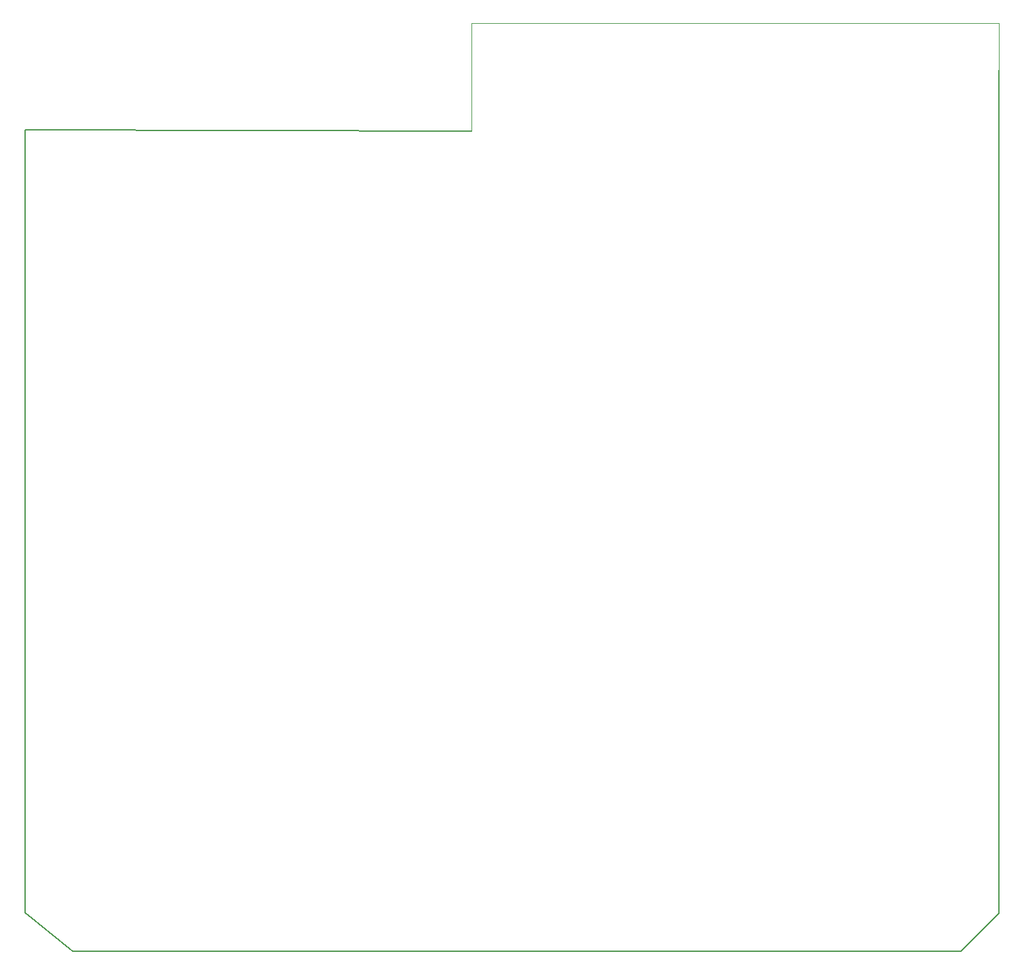
<source format=gbr>
%TF.GenerationSoftware,KiCad,Pcbnew,9.0.7*%
%TF.CreationDate,2026-02-19T04:12:07+03:00*%
%TF.ProjectId,shell-bms,7368656c-6c2d-4626-9d73-2e6b69636164,rev?*%
%TF.SameCoordinates,Original*%
%TF.FileFunction,Profile,NP*%
%FSLAX46Y46*%
G04 Gerber Fmt 4.6, Leading zero omitted, Abs format (unit mm)*
G04 Created by KiCad (PCBNEW 9.0.7) date 2026-02-19 04:12:07*
%MOMM*%
%LPD*%
G01*
G04 APERTURE LIST*
%TA.AperFunction,Profile*%
%ADD10C,0.200000*%
%TD*%
%TA.AperFunction,Profile*%
%ADD11C,0.050000*%
%TD*%
G04 APERTURE END LIST*
D10*
X174650000Y-164950000D02*
X169650000Y-169950000D01*
X174650000Y-53900000D02*
X174650000Y-164950000D01*
X105250000Y-61912500D02*
X46500000Y-61750000D01*
D11*
X105250000Y-47750000D02*
X174650000Y-47750000D01*
X105250000Y-61912500D02*
X105250000Y-47750000D01*
D10*
X46500000Y-164900000D02*
X52750000Y-169950000D01*
X46500000Y-61750000D02*
X46500000Y-164900000D01*
D11*
X174650000Y-47750000D02*
X174650000Y-53900000D01*
D10*
X169650000Y-169950000D02*
X52750000Y-169950000D01*
M02*

</source>
